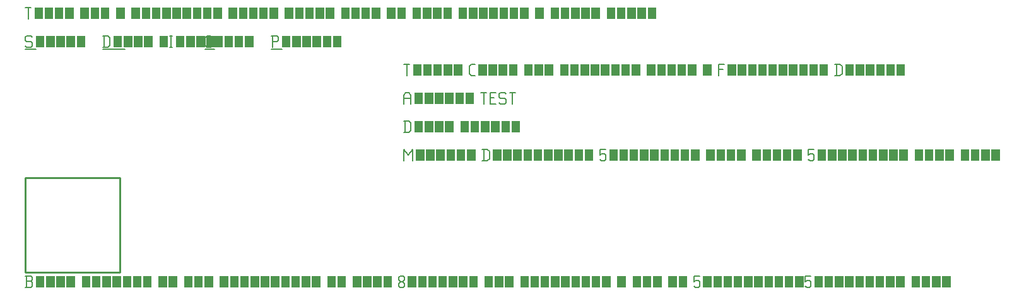
<source format=gbr>
G04 start of page 4 for group -1 layer_idx 268435461 *
G04 Title: Clear and no-clear lines, <virtual group> *
G04 Creator: <version>
G04 CreationDate: <date>
G04 For: TEST *
G04 Format: Gerber/RS-274X *
G04 PCB-Dimensions: 50000 50000 *
G04 PCB-Coordinate-Origin: lower left *
%MOIN*%
%FSLAX25Y25*%
%LNLOGICAL_VIRTUAL_FAB_NONE*%
%ADD19C,0.0100*%
%ADD18C,0.0001*%
%ADD17C,0.0060*%
G54D17*X3000Y125000D02*X3750Y124250D01*
X750Y125000D02*X3000D01*
X0Y124250D02*X750Y125000D01*
X0Y124250D02*Y122750D01*
X750Y122000D01*
X3000D01*
X3750Y121250D01*
Y119750D01*
X3000Y119000D02*X3750Y119750D01*
X750Y119000D02*X3000D01*
X0Y119750D02*X750Y119000D01*
G54D18*G36*
X5550Y125000D02*X10050D01*
Y119000D01*
X5550D01*
Y125000D01*
G37*
G36*
X10950D02*X15450D01*
Y119000D01*
X10950D01*
Y125000D01*
G37*
G36*
X16350D02*X20850D01*
Y119000D01*
X16350D01*
Y125000D01*
G37*
G36*
X21750D02*X26250D01*
Y119000D01*
X21750D01*
Y125000D01*
G37*
G36*
X27150D02*X31650D01*
Y119000D01*
X27150D01*
Y125000D01*
G37*
G54D17*X0Y118000D02*X5550D01*
X41750Y125000D02*Y119000D01*
X43700Y125000D02*X44750Y123950D01*
Y120050D01*
X43700Y119000D02*X44750Y120050D01*
X41000Y119000D02*X43700D01*
X41000Y125000D02*X43700D01*
G54D18*G36*
X46550D02*X51050D01*
Y119000D01*
X46550D01*
Y125000D01*
G37*
G36*
X51950D02*X56450D01*
Y119000D01*
X51950D01*
Y125000D01*
G37*
G36*
X57350D02*X61850D01*
Y119000D01*
X57350D01*
Y125000D01*
G37*
G36*
X62750D02*X67250D01*
Y119000D01*
X62750D01*
Y125000D01*
G37*
G36*
X70850D02*X75350D01*
Y119000D01*
X70850D01*
Y125000D01*
G37*
G54D17*X76250D02*X77750D01*
X77000D02*Y119000D01*
X76250D02*X77750D01*
G54D18*G36*
X79550Y125000D02*X84050D01*
Y119000D01*
X79550D01*
Y125000D01*
G37*
G36*
X84950D02*X89450D01*
Y119000D01*
X84950D01*
Y125000D01*
G37*
G36*
X90350D02*X94850D01*
Y119000D01*
X90350D01*
Y125000D01*
G37*
G36*
X95750D02*X100250D01*
Y119000D01*
X95750D01*
Y125000D01*
G37*
G54D17*X41000Y118000D02*X52550D01*
X96050Y119000D02*X98000D01*
X95000Y120050D02*X96050Y119000D01*
X95000Y123950D02*Y120050D01*
Y123950D02*X96050Y125000D01*
X98000D01*
G54D18*G36*
X99800D02*X104300D01*
Y119000D01*
X99800D01*
Y125000D01*
G37*
G36*
X105200D02*X109700D01*
Y119000D01*
X105200D01*
Y125000D01*
G37*
G36*
X110600D02*X115100D01*
Y119000D01*
X110600D01*
Y125000D01*
G37*
G36*
X116000D02*X120500D01*
Y119000D01*
X116000D01*
Y125000D01*
G37*
G54D17*X95000Y118000D02*X99800D01*
X130750Y125000D02*Y119000D01*
X130000Y125000D02*X133000D01*
X133750Y124250D01*
Y122750D01*
X133000Y122000D02*X133750Y122750D01*
X130750Y122000D02*X133000D01*
G54D18*G36*
X135550Y125000D02*X140050D01*
Y119000D01*
X135550D01*
Y125000D01*
G37*
G36*
X140950D02*X145450D01*
Y119000D01*
X140950D01*
Y125000D01*
G37*
G36*
X146350D02*X150850D01*
Y119000D01*
X146350D01*
Y125000D01*
G37*
G36*
X151750D02*X156250D01*
Y119000D01*
X151750D01*
Y125000D01*
G37*
G36*
X157150D02*X161650D01*
Y119000D01*
X157150D01*
Y125000D01*
G37*
G36*
X162550D02*X167050D01*
Y119000D01*
X162550D01*
Y125000D01*
G37*
G54D17*X130000Y118000D02*X135550D01*
X0Y140000D02*X3000D01*
X1500D02*Y134000D01*
G54D18*G36*
X4800Y140000D02*X9300D01*
Y134000D01*
X4800D01*
Y140000D01*
G37*
G36*
X10200D02*X14700D01*
Y134000D01*
X10200D01*
Y140000D01*
G37*
G36*
X15600D02*X20100D01*
Y134000D01*
X15600D01*
Y140000D01*
G37*
G36*
X21000D02*X25500D01*
Y134000D01*
X21000D01*
Y140000D01*
G37*
G36*
X29100D02*X33600D01*
Y134000D01*
X29100D01*
Y140000D01*
G37*
G36*
X34500D02*X39000D01*
Y134000D01*
X34500D01*
Y140000D01*
G37*
G36*
X39900D02*X44400D01*
Y134000D01*
X39900D01*
Y140000D01*
G37*
G36*
X48000D02*X52500D01*
Y134000D01*
X48000D01*
Y140000D01*
G37*
G36*
X56100D02*X60600D01*
Y134000D01*
X56100D01*
Y140000D01*
G37*
G36*
X61500D02*X66000D01*
Y134000D01*
X61500D01*
Y140000D01*
G37*
G36*
X66900D02*X71400D01*
Y134000D01*
X66900D01*
Y140000D01*
G37*
G36*
X72300D02*X76800D01*
Y134000D01*
X72300D01*
Y140000D01*
G37*
G36*
X77700D02*X82200D01*
Y134000D01*
X77700D01*
Y140000D01*
G37*
G36*
X83100D02*X87600D01*
Y134000D01*
X83100D01*
Y140000D01*
G37*
G36*
X88500D02*X93000D01*
Y134000D01*
X88500D01*
Y140000D01*
G37*
G36*
X93900D02*X98400D01*
Y134000D01*
X93900D01*
Y140000D01*
G37*
G36*
X99300D02*X103800D01*
Y134000D01*
X99300D01*
Y140000D01*
G37*
G36*
X107400D02*X111900D01*
Y134000D01*
X107400D01*
Y140000D01*
G37*
G36*
X112800D02*X117300D01*
Y134000D01*
X112800D01*
Y140000D01*
G37*
G36*
X118200D02*X122700D01*
Y134000D01*
X118200D01*
Y140000D01*
G37*
G36*
X123600D02*X128100D01*
Y134000D01*
X123600D01*
Y140000D01*
G37*
G36*
X129000D02*X133500D01*
Y134000D01*
X129000D01*
Y140000D01*
G37*
G36*
X137100D02*X141600D01*
Y134000D01*
X137100D01*
Y140000D01*
G37*
G36*
X142500D02*X147000D01*
Y134000D01*
X142500D01*
Y140000D01*
G37*
G36*
X147900D02*X152400D01*
Y134000D01*
X147900D01*
Y140000D01*
G37*
G36*
X153300D02*X157800D01*
Y134000D01*
X153300D01*
Y140000D01*
G37*
G36*
X158700D02*X163200D01*
Y134000D01*
X158700D01*
Y140000D01*
G37*
G36*
X166800D02*X171300D01*
Y134000D01*
X166800D01*
Y140000D01*
G37*
G36*
X172200D02*X176700D01*
Y134000D01*
X172200D01*
Y140000D01*
G37*
G36*
X177600D02*X182100D01*
Y134000D01*
X177600D01*
Y140000D01*
G37*
G36*
X183000D02*X187500D01*
Y134000D01*
X183000D01*
Y140000D01*
G37*
G36*
X191100D02*X195600D01*
Y134000D01*
X191100D01*
Y140000D01*
G37*
G36*
X196500D02*X201000D01*
Y134000D01*
X196500D01*
Y140000D01*
G37*
G36*
X204600D02*X209100D01*
Y134000D01*
X204600D01*
Y140000D01*
G37*
G36*
X210000D02*X214500D01*
Y134000D01*
X210000D01*
Y140000D01*
G37*
G36*
X215400D02*X219900D01*
Y134000D01*
X215400D01*
Y140000D01*
G37*
G36*
X220800D02*X225300D01*
Y134000D01*
X220800D01*
Y140000D01*
G37*
G36*
X228900D02*X233400D01*
Y134000D01*
X228900D01*
Y140000D01*
G37*
G36*
X234300D02*X238800D01*
Y134000D01*
X234300D01*
Y140000D01*
G37*
G36*
X239700D02*X244200D01*
Y134000D01*
X239700D01*
Y140000D01*
G37*
G36*
X245100D02*X249600D01*
Y134000D01*
X245100D01*
Y140000D01*
G37*
G36*
X250500D02*X255000D01*
Y134000D01*
X250500D01*
Y140000D01*
G37*
G36*
X255900D02*X260400D01*
Y134000D01*
X255900D01*
Y140000D01*
G37*
G36*
X261300D02*X265800D01*
Y134000D01*
X261300D01*
Y140000D01*
G37*
G36*
X269400D02*X273900D01*
Y134000D01*
X269400D01*
Y140000D01*
G37*
G36*
X277500D02*X282000D01*
Y134000D01*
X277500D01*
Y140000D01*
G37*
G36*
X282900D02*X287400D01*
Y134000D01*
X282900D01*
Y140000D01*
G37*
G36*
X288300D02*X292800D01*
Y134000D01*
X288300D01*
Y140000D01*
G37*
G36*
X293700D02*X298200D01*
Y134000D01*
X293700D01*
Y140000D01*
G37*
G36*
X299100D02*X303600D01*
Y134000D01*
X299100D01*
Y140000D01*
G37*
G36*
X307200D02*X311700D01*
Y134000D01*
X307200D01*
Y140000D01*
G37*
G36*
X312600D02*X317100D01*
Y134000D01*
X312600D01*
Y140000D01*
G37*
G36*
X318000D02*X322500D01*
Y134000D01*
X318000D01*
Y140000D01*
G37*
G36*
X323400D02*X327900D01*
Y134000D01*
X323400D01*
Y140000D01*
G37*
G36*
X328800D02*X333300D01*
Y134000D01*
X328800D01*
Y140000D01*
G37*
G54D19*X0Y50000D02*X50000D01*
X0D02*Y0D01*
X50000Y50000D02*Y0D01*
X0D02*X50000D01*
G54D17*X200000Y65000D02*Y59000D01*
Y65000D02*X202250Y62000D01*
X204500Y65000D01*
Y59000D01*
G54D18*G36*
X206300Y65000D02*X210800D01*
Y59000D01*
X206300D01*
Y65000D01*
G37*
G36*
X211700D02*X216200D01*
Y59000D01*
X211700D01*
Y65000D01*
G37*
G36*
X217100D02*X221600D01*
Y59000D01*
X217100D01*
Y65000D01*
G37*
G36*
X222500D02*X227000D01*
Y59000D01*
X222500D01*
Y65000D01*
G37*
G36*
X227900D02*X232400D01*
Y59000D01*
X227900D01*
Y65000D01*
G37*
G36*
X233300D02*X237800D01*
Y59000D01*
X233300D01*
Y65000D01*
G37*
G54D17*X242150D02*Y59000D01*
X244100Y65000D02*X245150Y63950D01*
Y60050D01*
X244100Y59000D02*X245150Y60050D01*
X241400Y59000D02*X244100D01*
X241400Y65000D02*X244100D01*
G54D18*G36*
X246950D02*X251450D01*
Y59000D01*
X246950D01*
Y65000D01*
G37*
G36*
X252350D02*X256850D01*
Y59000D01*
X252350D01*
Y65000D01*
G37*
G36*
X257750D02*X262250D01*
Y59000D01*
X257750D01*
Y65000D01*
G37*
G36*
X263150D02*X267650D01*
Y59000D01*
X263150D01*
Y65000D01*
G37*
G36*
X268550D02*X273050D01*
Y59000D01*
X268550D01*
Y65000D01*
G37*
G36*
X273950D02*X278450D01*
Y59000D01*
X273950D01*
Y65000D01*
G37*
G36*
X279350D02*X283850D01*
Y59000D01*
X279350D01*
Y65000D01*
G37*
G36*
X284750D02*X289250D01*
Y59000D01*
X284750D01*
Y65000D01*
G37*
G36*
X290150D02*X294650D01*
Y59000D01*
X290150D01*
Y65000D01*
G37*
G36*
X295550D02*X300050D01*
Y59000D01*
X295550D01*
Y65000D01*
G37*
G54D17*X303650D02*X306650D01*
X303650D02*Y62000D01*
X304400Y62750D01*
X305900D01*
X306650Y62000D01*
Y59750D01*
X305900Y59000D02*X306650Y59750D01*
X304400Y59000D02*X305900D01*
X303650Y59750D02*X304400Y59000D01*
G54D18*G36*
X308450Y65000D02*X312950D01*
Y59000D01*
X308450D01*
Y65000D01*
G37*
G36*
X313850D02*X318350D01*
Y59000D01*
X313850D01*
Y65000D01*
G37*
G36*
X319250D02*X323750D01*
Y59000D01*
X319250D01*
Y65000D01*
G37*
G36*
X324650D02*X329150D01*
Y59000D01*
X324650D01*
Y65000D01*
G37*
G36*
X330050D02*X334550D01*
Y59000D01*
X330050D01*
Y65000D01*
G37*
G36*
X335450D02*X339950D01*
Y59000D01*
X335450D01*
Y65000D01*
G37*
G36*
X340850D02*X345350D01*
Y59000D01*
X340850D01*
Y65000D01*
G37*
G36*
X346250D02*X350750D01*
Y59000D01*
X346250D01*
Y65000D01*
G37*
G36*
X351650D02*X356150D01*
Y59000D01*
X351650D01*
Y65000D01*
G37*
G36*
X359750D02*X364250D01*
Y59000D01*
X359750D01*
Y65000D01*
G37*
G36*
X365150D02*X369650D01*
Y59000D01*
X365150D01*
Y65000D01*
G37*
G36*
X370550D02*X375050D01*
Y59000D01*
X370550D01*
Y65000D01*
G37*
G36*
X375950D02*X380450D01*
Y59000D01*
X375950D01*
Y65000D01*
G37*
G36*
X384050D02*X388550D01*
Y59000D01*
X384050D01*
Y65000D01*
G37*
G36*
X389450D02*X393950D01*
Y59000D01*
X389450D01*
Y65000D01*
G37*
G36*
X394850D02*X399350D01*
Y59000D01*
X394850D01*
Y65000D01*
G37*
G36*
X400250D02*X404750D01*
Y59000D01*
X400250D01*
Y65000D01*
G37*
G36*
X405650D02*X410150D01*
Y59000D01*
X405650D01*
Y65000D01*
G37*
G54D17*X413750D02*X416750D01*
X413750D02*Y62000D01*
X414500Y62750D01*
X416000D01*
X416750Y62000D01*
Y59750D01*
X416000Y59000D02*X416750Y59750D01*
X414500Y59000D02*X416000D01*
X413750Y59750D02*X414500Y59000D01*
G54D18*G36*
X418550Y65000D02*X423050D01*
Y59000D01*
X418550D01*
Y65000D01*
G37*
G36*
X423950D02*X428450D01*
Y59000D01*
X423950D01*
Y65000D01*
G37*
G36*
X429350D02*X433850D01*
Y59000D01*
X429350D01*
Y65000D01*
G37*
G36*
X434750D02*X439250D01*
Y59000D01*
X434750D01*
Y65000D01*
G37*
G36*
X440150D02*X444650D01*
Y59000D01*
X440150D01*
Y65000D01*
G37*
G36*
X445550D02*X450050D01*
Y59000D01*
X445550D01*
Y65000D01*
G37*
G36*
X450950D02*X455450D01*
Y59000D01*
X450950D01*
Y65000D01*
G37*
G36*
X456350D02*X460850D01*
Y59000D01*
X456350D01*
Y65000D01*
G37*
G36*
X461750D02*X466250D01*
Y59000D01*
X461750D01*
Y65000D01*
G37*
G36*
X469850D02*X474350D01*
Y59000D01*
X469850D01*
Y65000D01*
G37*
G36*
X475250D02*X479750D01*
Y59000D01*
X475250D01*
Y65000D01*
G37*
G36*
X480650D02*X485150D01*
Y59000D01*
X480650D01*
Y65000D01*
G37*
G36*
X486050D02*X490550D01*
Y59000D01*
X486050D01*
Y65000D01*
G37*
G36*
X494150D02*X498650D01*
Y59000D01*
X494150D01*
Y65000D01*
G37*
G36*
X499550D02*X504050D01*
Y59000D01*
X499550D01*
Y65000D01*
G37*
G36*
X504950D02*X509450D01*
Y59000D01*
X504950D01*
Y65000D01*
G37*
G36*
X510350D02*X514850D01*
Y59000D01*
X510350D01*
Y65000D01*
G37*
G54D17*X0Y-8000D02*X3000D01*
X3750Y-7250D01*
Y-5450D02*Y-7250D01*
X3000Y-4700D02*X3750Y-5450D01*
X750Y-4700D02*X3000D01*
X750Y-2000D02*Y-8000D01*
X0Y-2000D02*X3000D01*
X3750Y-2750D01*
Y-3950D01*
X3000Y-4700D02*X3750Y-3950D01*
G54D18*G36*
X5550Y-2000D02*X10050D01*
Y-8000D01*
X5550D01*
Y-2000D01*
G37*
G36*
X10950D02*X15450D01*
Y-8000D01*
X10950D01*
Y-2000D01*
G37*
G36*
X16350D02*X20850D01*
Y-8000D01*
X16350D01*
Y-2000D01*
G37*
G36*
X21750D02*X26250D01*
Y-8000D01*
X21750D01*
Y-2000D01*
G37*
G36*
X29850D02*X34350D01*
Y-8000D01*
X29850D01*
Y-2000D01*
G37*
G36*
X35250D02*X39750D01*
Y-8000D01*
X35250D01*
Y-2000D01*
G37*
G36*
X40650D02*X45150D01*
Y-8000D01*
X40650D01*
Y-2000D01*
G37*
G36*
X46050D02*X50550D01*
Y-8000D01*
X46050D01*
Y-2000D01*
G37*
G36*
X51450D02*X55950D01*
Y-8000D01*
X51450D01*
Y-2000D01*
G37*
G36*
X56850D02*X61350D01*
Y-8000D01*
X56850D01*
Y-2000D01*
G37*
G36*
X62250D02*X66750D01*
Y-8000D01*
X62250D01*
Y-2000D01*
G37*
G36*
X70350D02*X74850D01*
Y-8000D01*
X70350D01*
Y-2000D01*
G37*
G36*
X75750D02*X80250D01*
Y-8000D01*
X75750D01*
Y-2000D01*
G37*
G36*
X83850D02*X88350D01*
Y-8000D01*
X83850D01*
Y-2000D01*
G37*
G36*
X89250D02*X93750D01*
Y-8000D01*
X89250D01*
Y-2000D01*
G37*
G36*
X94650D02*X99150D01*
Y-8000D01*
X94650D01*
Y-2000D01*
G37*
G36*
X102750D02*X107250D01*
Y-8000D01*
X102750D01*
Y-2000D01*
G37*
G36*
X108150D02*X112650D01*
Y-8000D01*
X108150D01*
Y-2000D01*
G37*
G36*
X113550D02*X118050D01*
Y-8000D01*
X113550D01*
Y-2000D01*
G37*
G36*
X118950D02*X123450D01*
Y-8000D01*
X118950D01*
Y-2000D01*
G37*
G36*
X124350D02*X128850D01*
Y-8000D01*
X124350D01*
Y-2000D01*
G37*
G36*
X129750D02*X134250D01*
Y-8000D01*
X129750D01*
Y-2000D01*
G37*
G36*
X135150D02*X139650D01*
Y-8000D01*
X135150D01*
Y-2000D01*
G37*
G36*
X140550D02*X145050D01*
Y-8000D01*
X140550D01*
Y-2000D01*
G37*
G36*
X145950D02*X150450D01*
Y-8000D01*
X145950D01*
Y-2000D01*
G37*
G36*
X151350D02*X155850D01*
Y-8000D01*
X151350D01*
Y-2000D01*
G37*
G36*
X159450D02*X163950D01*
Y-8000D01*
X159450D01*
Y-2000D01*
G37*
G36*
X164850D02*X169350D01*
Y-8000D01*
X164850D01*
Y-2000D01*
G37*
G36*
X172950D02*X177450D01*
Y-8000D01*
X172950D01*
Y-2000D01*
G37*
G36*
X178350D02*X182850D01*
Y-8000D01*
X178350D01*
Y-2000D01*
G37*
G36*
X183750D02*X188250D01*
Y-8000D01*
X183750D01*
Y-2000D01*
G37*
G36*
X189150D02*X193650D01*
Y-8000D01*
X189150D01*
Y-2000D01*
G37*
G54D17*X197250Y-7250D02*X198000Y-8000D01*
X197250Y-6050D02*Y-7250D01*
Y-6050D02*X198300Y-5000D01*
X199200D01*
X200250Y-6050D01*
Y-7250D01*
X199500Y-8000D02*X200250Y-7250D01*
X198000Y-8000D02*X199500D01*
X197250Y-3950D02*X198300Y-5000D01*
X197250Y-2750D02*Y-3950D01*
Y-2750D02*X198000Y-2000D01*
X199500D01*
X200250Y-2750D01*
Y-3950D01*
X199200Y-5000D02*X200250Y-3950D01*
G54D18*G36*
X202050Y-2000D02*X206550D01*
Y-8000D01*
X202050D01*
Y-2000D01*
G37*
G36*
X207450D02*X211950D01*
Y-8000D01*
X207450D01*
Y-2000D01*
G37*
G36*
X212850D02*X217350D01*
Y-8000D01*
X212850D01*
Y-2000D01*
G37*
G36*
X218250D02*X222750D01*
Y-8000D01*
X218250D01*
Y-2000D01*
G37*
G36*
X223650D02*X228150D01*
Y-8000D01*
X223650D01*
Y-2000D01*
G37*
G36*
X229050D02*X233550D01*
Y-8000D01*
X229050D01*
Y-2000D01*
G37*
G36*
X234450D02*X238950D01*
Y-8000D01*
X234450D01*
Y-2000D01*
G37*
G36*
X242550D02*X247050D01*
Y-8000D01*
X242550D01*
Y-2000D01*
G37*
G36*
X247950D02*X252450D01*
Y-8000D01*
X247950D01*
Y-2000D01*
G37*
G36*
X253350D02*X257850D01*
Y-8000D01*
X253350D01*
Y-2000D01*
G37*
G36*
X261450D02*X265950D01*
Y-8000D01*
X261450D01*
Y-2000D01*
G37*
G36*
X266850D02*X271350D01*
Y-8000D01*
X266850D01*
Y-2000D01*
G37*
G36*
X272250D02*X276750D01*
Y-8000D01*
X272250D01*
Y-2000D01*
G37*
G36*
X277650D02*X282150D01*
Y-8000D01*
X277650D01*
Y-2000D01*
G37*
G36*
X283050D02*X287550D01*
Y-8000D01*
X283050D01*
Y-2000D01*
G37*
G36*
X288450D02*X292950D01*
Y-8000D01*
X288450D01*
Y-2000D01*
G37*
G36*
X293850D02*X298350D01*
Y-8000D01*
X293850D01*
Y-2000D01*
G37*
G36*
X299250D02*X303750D01*
Y-8000D01*
X299250D01*
Y-2000D01*
G37*
G36*
X304650D02*X309150D01*
Y-8000D01*
X304650D01*
Y-2000D01*
G37*
G36*
X312750D02*X317250D01*
Y-8000D01*
X312750D01*
Y-2000D01*
G37*
G36*
X320850D02*X325350D01*
Y-8000D01*
X320850D01*
Y-2000D01*
G37*
G36*
X326250D02*X330750D01*
Y-8000D01*
X326250D01*
Y-2000D01*
G37*
G36*
X331650D02*X336150D01*
Y-8000D01*
X331650D01*
Y-2000D01*
G37*
G36*
X339750D02*X344250D01*
Y-8000D01*
X339750D01*
Y-2000D01*
G37*
G36*
X345150D02*X349650D01*
Y-8000D01*
X345150D01*
Y-2000D01*
G37*
G54D17*X353250D02*X356250D01*
X353250D02*Y-5000D01*
X354000Y-4250D01*
X355500D01*
X356250Y-5000D01*
Y-7250D01*
X355500Y-8000D02*X356250Y-7250D01*
X354000Y-8000D02*X355500D01*
X353250Y-7250D02*X354000Y-8000D01*
G54D18*G36*
X358050Y-2000D02*X362550D01*
Y-8000D01*
X358050D01*
Y-2000D01*
G37*
G36*
X363450D02*X367950D01*
Y-8000D01*
X363450D01*
Y-2000D01*
G37*
G36*
X368850D02*X373350D01*
Y-8000D01*
X368850D01*
Y-2000D01*
G37*
G36*
X374250D02*X378750D01*
Y-8000D01*
X374250D01*
Y-2000D01*
G37*
G36*
X379650D02*X384150D01*
Y-8000D01*
X379650D01*
Y-2000D01*
G37*
G36*
X385050D02*X389550D01*
Y-8000D01*
X385050D01*
Y-2000D01*
G37*
G36*
X390450D02*X394950D01*
Y-8000D01*
X390450D01*
Y-2000D01*
G37*
G36*
X395850D02*X400350D01*
Y-8000D01*
X395850D01*
Y-2000D01*
G37*
G36*
X401250D02*X405750D01*
Y-8000D01*
X401250D01*
Y-2000D01*
G37*
G36*
X406650D02*X411150D01*
Y-8000D01*
X406650D01*
Y-2000D01*
G37*
G54D17*X412050D02*X415050D01*
X412050D02*Y-5000D01*
X412800Y-4250D01*
X414300D01*
X415050Y-5000D01*
Y-7250D01*
X414300Y-8000D02*X415050Y-7250D01*
X412800Y-8000D02*X414300D01*
X412050Y-7250D02*X412800Y-8000D01*
G54D18*G36*
X416850Y-2000D02*X421350D01*
Y-8000D01*
X416850D01*
Y-2000D01*
G37*
G36*
X422250D02*X426750D01*
Y-8000D01*
X422250D01*
Y-2000D01*
G37*
G36*
X427650D02*X432150D01*
Y-8000D01*
X427650D01*
Y-2000D01*
G37*
G36*
X433050D02*X437550D01*
Y-8000D01*
X433050D01*
Y-2000D01*
G37*
G36*
X438450D02*X442950D01*
Y-8000D01*
X438450D01*
Y-2000D01*
G37*
G36*
X443850D02*X448350D01*
Y-8000D01*
X443850D01*
Y-2000D01*
G37*
G36*
X449250D02*X453750D01*
Y-8000D01*
X449250D01*
Y-2000D01*
G37*
G36*
X454650D02*X459150D01*
Y-8000D01*
X454650D01*
Y-2000D01*
G37*
G36*
X460050D02*X464550D01*
Y-8000D01*
X460050D01*
Y-2000D01*
G37*
G36*
X468150D02*X472650D01*
Y-8000D01*
X468150D01*
Y-2000D01*
G37*
G36*
X473550D02*X478050D01*
Y-8000D01*
X473550D01*
Y-2000D01*
G37*
G36*
X478950D02*X483450D01*
Y-8000D01*
X478950D01*
Y-2000D01*
G37*
G36*
X484350D02*X488850D01*
Y-8000D01*
X484350D01*
Y-2000D01*
G37*
G54D17*X200750Y80000D02*Y74000D01*
X202700Y80000D02*X203750Y78950D01*
Y75050D01*
X202700Y74000D02*X203750Y75050D01*
X200000Y74000D02*X202700D01*
X200000Y80000D02*X202700D01*
G54D18*G36*
X205550D02*X210050D01*
Y74000D01*
X205550D01*
Y80000D01*
G37*
G36*
X210950D02*X215450D01*
Y74000D01*
X210950D01*
Y80000D01*
G37*
G36*
X216350D02*X220850D01*
Y74000D01*
X216350D01*
Y80000D01*
G37*
G36*
X221750D02*X226250D01*
Y74000D01*
X221750D01*
Y80000D01*
G37*
G36*
X229850D02*X234350D01*
Y74000D01*
X229850D01*
Y80000D01*
G37*
G36*
X235250D02*X239750D01*
Y74000D01*
X235250D01*
Y80000D01*
G37*
G36*
X240650D02*X245150D01*
Y74000D01*
X240650D01*
Y80000D01*
G37*
G36*
X246050D02*X250550D01*
Y74000D01*
X246050D01*
Y80000D01*
G37*
G36*
X251450D02*X255950D01*
Y74000D01*
X251450D01*
Y80000D01*
G37*
G36*
X256850D02*X261350D01*
Y74000D01*
X256850D01*
Y80000D01*
G37*
G54D17*X200000Y93500D02*Y89000D01*
Y93500D02*X201050Y95000D01*
X202700D01*
X203750Y93500D01*
Y89000D01*
X200000Y92000D02*X203750D01*
G54D18*G36*
X205550Y95000D02*X210050D01*
Y89000D01*
X205550D01*
Y95000D01*
G37*
G36*
X210950D02*X215450D01*
Y89000D01*
X210950D01*
Y95000D01*
G37*
G36*
X216350D02*X220850D01*
Y89000D01*
X216350D01*
Y95000D01*
G37*
G36*
X221750D02*X226250D01*
Y89000D01*
X221750D01*
Y95000D01*
G37*
G36*
X227150D02*X231650D01*
Y89000D01*
X227150D01*
Y95000D01*
G37*
G36*
X232550D02*X237050D01*
Y89000D01*
X232550D01*
Y95000D01*
G37*
G54D17*X240650D02*X243650D01*
X242150D02*Y89000D01*
X245450Y92300D02*X247700D01*
X245450Y89000D02*X248450D01*
X245450Y95000D02*Y89000D01*
Y95000D02*X248450D01*
X253250D02*X254000Y94250D01*
X251000Y95000D02*X253250D01*
X250250Y94250D02*X251000Y95000D01*
X250250Y94250D02*Y92750D01*
X251000Y92000D01*
X253250D01*
X254000Y91250D01*
Y89750D01*
X253250Y89000D02*X254000Y89750D01*
X251000Y89000D02*X253250D01*
X250250Y89750D02*X251000Y89000D01*
X255800Y95000D02*X258800D01*
X257300D02*Y89000D01*
X200000Y110000D02*X203000D01*
X201500D02*Y104000D01*
G54D18*G36*
X204800Y110000D02*X209300D01*
Y104000D01*
X204800D01*
Y110000D01*
G37*
G36*
X210200D02*X214700D01*
Y104000D01*
X210200D01*
Y110000D01*
G37*
G36*
X215600D02*X220100D01*
Y104000D01*
X215600D01*
Y110000D01*
G37*
G36*
X221000D02*X225500D01*
Y104000D01*
X221000D01*
Y110000D01*
G37*
G36*
X226400D02*X230900D01*
Y104000D01*
X226400D01*
Y110000D01*
G37*
G54D17*X235550Y104000D02*X237500D01*
X234500Y105050D02*X235550Y104000D01*
X234500Y108950D02*Y105050D01*
Y108950D02*X235550Y110000D01*
X237500D01*
G54D18*G36*
X239300D02*X243800D01*
Y104000D01*
X239300D01*
Y110000D01*
G37*
G36*
X244700D02*X249200D01*
Y104000D01*
X244700D01*
Y110000D01*
G37*
G36*
X250100D02*X254600D01*
Y104000D01*
X250100D01*
Y110000D01*
G37*
G36*
X255500D02*X260000D01*
Y104000D01*
X255500D01*
Y110000D01*
G37*
G36*
X263600D02*X268100D01*
Y104000D01*
X263600D01*
Y110000D01*
G37*
G36*
X269000D02*X273500D01*
Y104000D01*
X269000D01*
Y110000D01*
G37*
G36*
X274400D02*X278900D01*
Y104000D01*
X274400D01*
Y110000D01*
G37*
G36*
X282500D02*X287000D01*
Y104000D01*
X282500D01*
Y110000D01*
G37*
G36*
X287900D02*X292400D01*
Y104000D01*
X287900D01*
Y110000D01*
G37*
G36*
X293300D02*X297800D01*
Y104000D01*
X293300D01*
Y110000D01*
G37*
G36*
X298700D02*X303200D01*
Y104000D01*
X298700D01*
Y110000D01*
G37*
G36*
X304100D02*X308600D01*
Y104000D01*
X304100D01*
Y110000D01*
G37*
G36*
X309500D02*X314000D01*
Y104000D01*
X309500D01*
Y110000D01*
G37*
G36*
X314900D02*X319400D01*
Y104000D01*
X314900D01*
Y110000D01*
G37*
G36*
X320300D02*X324800D01*
Y104000D01*
X320300D01*
Y110000D01*
G37*
G36*
X328400D02*X332900D01*
Y104000D01*
X328400D01*
Y110000D01*
G37*
G36*
X333800D02*X338300D01*
Y104000D01*
X333800D01*
Y110000D01*
G37*
G36*
X339200D02*X343700D01*
Y104000D01*
X339200D01*
Y110000D01*
G37*
G36*
X344600D02*X349100D01*
Y104000D01*
X344600D01*
Y110000D01*
G37*
G36*
X350000D02*X354500D01*
Y104000D01*
X350000D01*
Y110000D01*
G37*
G36*
X358100D02*X362600D01*
Y104000D01*
X358100D01*
Y110000D01*
G37*
G54D17*X366200D02*Y104000D01*
Y110000D02*X369200D01*
X366200Y107300D02*X368450D01*
G54D18*G36*
X371000Y110000D02*X375500D01*
Y104000D01*
X371000D01*
Y110000D01*
G37*
G36*
X376400D02*X380900D01*
Y104000D01*
X376400D01*
Y110000D01*
G37*
G36*
X381800D02*X386300D01*
Y104000D01*
X381800D01*
Y110000D01*
G37*
G36*
X387200D02*X391700D01*
Y104000D01*
X387200D01*
Y110000D01*
G37*
G36*
X392600D02*X397100D01*
Y104000D01*
X392600D01*
Y110000D01*
G37*
G36*
X398000D02*X402500D01*
Y104000D01*
X398000D01*
Y110000D01*
G37*
G36*
X403400D02*X407900D01*
Y104000D01*
X403400D01*
Y110000D01*
G37*
G36*
X408800D02*X413300D01*
Y104000D01*
X408800D01*
Y110000D01*
G37*
G36*
X414200D02*X418700D01*
Y104000D01*
X414200D01*
Y110000D01*
G37*
G36*
X419600D02*X424100D01*
Y104000D01*
X419600D01*
Y110000D01*
G37*
G54D17*X428450D02*Y104000D01*
X430400Y110000D02*X431450Y108950D01*
Y105050D01*
X430400Y104000D02*X431450Y105050D01*
X427700Y104000D02*X430400D01*
X427700Y110000D02*X430400D01*
G54D18*G36*
X433250D02*X437750D01*
Y104000D01*
X433250D01*
Y110000D01*
G37*
G36*
X438650D02*X443150D01*
Y104000D01*
X438650D01*
Y110000D01*
G37*
G36*
X444050D02*X448550D01*
Y104000D01*
X444050D01*
Y110000D01*
G37*
G36*
X449450D02*X453950D01*
Y104000D01*
X449450D01*
Y110000D01*
G37*
G36*
X454850D02*X459350D01*
Y104000D01*
X454850D01*
Y110000D01*
G37*
G36*
X460250D02*X464750D01*
Y104000D01*
X460250D01*
Y110000D01*
G37*
M02*

</source>
